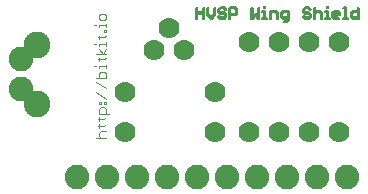
<source format=gts>
G75*
%MOIN*%
%OFA0B0*%
%FSLAX24Y24*%
%IPPOS*%
%LPD*%
%AMOC8*
5,1,8,0,0,1.08239X$1,22.5*
%
%ADD10C,0.0040*%
%ADD11C,0.0060*%
%ADD12C,0.0820*%
%ADD13C,0.0700*%
%ADD14C,0.0892*%
D10*
X003450Y002360D02*
X003780Y002360D01*
X003615Y002360D02*
X003560Y002415D01*
X003560Y002525D01*
X003615Y002580D01*
X003780Y002580D01*
X003725Y002756D02*
X003505Y002756D01*
X003560Y002701D02*
X003560Y002811D01*
X003560Y002928D02*
X003560Y003038D01*
X003505Y002983D02*
X003725Y002983D01*
X003780Y003038D01*
X003780Y003155D02*
X003780Y003320D01*
X003725Y003375D01*
X003615Y003375D01*
X003560Y003320D01*
X003560Y003155D01*
X003890Y003155D01*
X003780Y003496D02*
X003725Y003496D01*
X003725Y003551D01*
X003780Y003551D01*
X003780Y003496D01*
X003615Y003496D02*
X003615Y003551D01*
X003560Y003551D01*
X003560Y003496D01*
X003615Y003496D01*
X003780Y003666D02*
X003450Y003886D01*
X003450Y004227D02*
X003780Y004007D01*
X003780Y004347D02*
X003450Y004347D01*
X003560Y004347D02*
X003560Y004513D01*
X003615Y004568D01*
X003725Y004568D01*
X003780Y004513D01*
X003780Y004347D01*
X003780Y004688D02*
X003780Y004798D01*
X003780Y004743D02*
X003560Y004743D01*
X003560Y004688D01*
X003450Y004743D02*
X003395Y004743D01*
X003560Y004915D02*
X003560Y005025D01*
X003505Y004970D02*
X003725Y004970D01*
X003780Y005025D01*
X003780Y005142D02*
X003450Y005142D01*
X003560Y005307D02*
X003670Y005142D01*
X003780Y005307D01*
X003780Y005426D02*
X003780Y005536D01*
X003780Y005481D02*
X003560Y005481D01*
X003560Y005426D01*
X003450Y005481D02*
X003395Y005481D01*
X003560Y005653D02*
X003560Y005763D01*
X003505Y005708D02*
X003725Y005708D01*
X003780Y005763D01*
X003780Y005880D02*
X003725Y005880D01*
X003725Y005936D01*
X003780Y005936D01*
X003780Y005880D01*
X003780Y006051D02*
X003780Y006161D01*
X003780Y006106D02*
X003560Y006106D01*
X003560Y006051D01*
X003450Y006106D02*
X003395Y006106D01*
X003615Y006278D02*
X003725Y006278D01*
X003780Y006333D01*
X003780Y006443D01*
X003725Y006498D01*
X003615Y006498D01*
X003560Y006443D01*
X003560Y006333D01*
X003615Y006278D01*
X003780Y002811D02*
X003725Y002756D01*
D11*
X009722Y006217D02*
X009779Y006217D01*
X009836Y006273D01*
X009836Y006557D01*
X009666Y006557D01*
X009609Y006500D01*
X009609Y006387D01*
X009666Y006330D01*
X009836Y006330D01*
X009856Y006313D02*
X009856Y006597D01*
X009686Y006597D01*
X009629Y006540D01*
X009629Y006427D01*
X009686Y006370D01*
X009856Y006370D01*
X009876Y006360D02*
X009706Y006360D01*
X009649Y006417D01*
X009649Y006530D01*
X009706Y006587D01*
X009876Y006587D01*
X009876Y006303D01*
X009819Y006247D01*
X009762Y006247D01*
X009779Y006247D02*
X009836Y006303D01*
X009836Y006587D01*
X009666Y006587D01*
X009609Y006530D01*
X009609Y006417D01*
X009666Y006360D01*
X009836Y006360D01*
X009876Y006330D02*
X009706Y006330D01*
X009649Y006387D01*
X009649Y006500D01*
X009706Y006557D01*
X009876Y006557D01*
X009876Y006273D01*
X009819Y006217D01*
X009762Y006217D01*
X009779Y006247D02*
X009722Y006247D01*
X009742Y006257D02*
X009799Y006257D01*
X009856Y006313D01*
X009508Y006330D02*
X009508Y006500D01*
X009451Y006557D01*
X009281Y006557D01*
X009281Y006330D01*
X009281Y006360D02*
X009281Y006587D01*
X009451Y006587D01*
X009508Y006530D01*
X009508Y006360D01*
X009488Y006370D02*
X009488Y006540D01*
X009431Y006597D01*
X009261Y006597D01*
X009261Y006370D01*
X009241Y006360D02*
X009241Y006587D01*
X009411Y006587D01*
X009468Y006530D01*
X009468Y006360D01*
X009468Y006330D02*
X009468Y006500D01*
X009411Y006557D01*
X009241Y006557D01*
X009241Y006330D01*
X009149Y006330D02*
X009035Y006330D01*
X009052Y006330D02*
X009052Y006557D01*
X008995Y006557D01*
X008995Y006587D02*
X009052Y006587D01*
X009052Y006360D01*
X009035Y006360D02*
X009149Y006360D01*
X009129Y006370D02*
X009015Y006370D01*
X008995Y006360D02*
X009109Y006360D01*
X009092Y006360D02*
X009092Y006587D01*
X009035Y006587D01*
X009015Y006597D02*
X009072Y006597D01*
X009072Y006370D01*
X009092Y006330D02*
X009092Y006557D01*
X009035Y006557D01*
X009052Y006670D02*
X009052Y006727D01*
X009072Y006710D02*
X009072Y006767D01*
X009092Y006757D02*
X009092Y006700D01*
X009092Y006727D02*
X009092Y006670D01*
X009052Y006700D02*
X009052Y006757D01*
X008894Y006700D02*
X008894Y006360D01*
X008780Y006473D01*
X008667Y006360D01*
X008667Y006700D01*
X008647Y006710D02*
X008647Y006370D01*
X008760Y006483D01*
X008874Y006370D01*
X008874Y006710D01*
X008854Y006700D02*
X008854Y006360D01*
X008740Y006473D01*
X008627Y006360D01*
X008627Y006700D01*
X008627Y006670D02*
X008627Y006330D01*
X008740Y006443D01*
X008854Y006330D01*
X008854Y006670D01*
X008894Y006670D02*
X008894Y006330D01*
X008780Y006443D01*
X008667Y006330D01*
X008667Y006670D01*
X008995Y006330D02*
X009109Y006330D01*
X008157Y006500D02*
X008100Y006443D01*
X007930Y006443D01*
X007930Y006473D02*
X008100Y006473D01*
X008157Y006530D01*
X008157Y006644D01*
X008100Y006700D01*
X007930Y006700D01*
X007930Y006360D01*
X007910Y006370D02*
X007910Y006710D01*
X008080Y006710D01*
X008137Y006654D01*
X008137Y006540D01*
X008080Y006483D01*
X007910Y006483D01*
X007890Y006473D02*
X008060Y006473D01*
X008117Y006530D01*
X008117Y006644D01*
X008060Y006700D01*
X007890Y006700D01*
X007890Y006360D01*
X007890Y006330D02*
X007890Y006670D01*
X008060Y006670D01*
X008117Y006614D01*
X008117Y006500D01*
X008060Y006443D01*
X007890Y006443D01*
X007789Y006443D02*
X007789Y006387D01*
X007732Y006330D01*
X007619Y006330D01*
X007562Y006387D01*
X007562Y006417D02*
X007619Y006360D01*
X007732Y006360D01*
X007789Y006417D01*
X007789Y006473D01*
X007732Y006530D01*
X007619Y006530D01*
X007562Y006587D01*
X007562Y006644D01*
X007619Y006700D01*
X007732Y006700D01*
X007789Y006644D01*
X007769Y006654D02*
X007712Y006710D01*
X007599Y006710D01*
X007542Y006654D01*
X007542Y006597D01*
X007599Y006540D01*
X007712Y006540D01*
X007769Y006483D01*
X007769Y006427D01*
X007712Y006370D01*
X007599Y006370D01*
X007542Y006427D01*
X007522Y006417D02*
X007579Y006360D01*
X007692Y006360D01*
X007749Y006417D01*
X007749Y006473D01*
X007692Y006530D01*
X007579Y006530D01*
X007522Y006587D01*
X007522Y006644D01*
X007579Y006700D01*
X007692Y006700D01*
X007749Y006644D01*
X007749Y006614D02*
X007692Y006670D01*
X007579Y006670D01*
X007522Y006614D01*
X007522Y006557D01*
X007579Y006500D01*
X007692Y006500D01*
X007749Y006443D01*
X007749Y006387D01*
X007692Y006330D01*
X007579Y006330D01*
X007522Y006387D01*
X007420Y006443D02*
X007420Y006670D01*
X007420Y006700D02*
X007420Y006473D01*
X007307Y006360D01*
X007194Y006473D01*
X007194Y006700D01*
X007174Y006710D02*
X007174Y006483D01*
X007287Y006370D01*
X007400Y006483D01*
X007400Y006710D01*
X007380Y006700D02*
X007380Y006473D01*
X007267Y006360D01*
X007154Y006473D01*
X007154Y006700D01*
X007154Y006670D02*
X007154Y006443D01*
X007267Y006330D01*
X007380Y006443D01*
X007380Y006670D01*
X007562Y006614D02*
X007562Y006557D01*
X007619Y006500D01*
X007732Y006500D01*
X007789Y006443D01*
X007930Y006330D02*
X007930Y006670D01*
X008100Y006670D01*
X008157Y006614D01*
X008157Y006500D01*
X007789Y006614D02*
X007732Y006670D01*
X007619Y006670D01*
X007562Y006614D01*
X007420Y006443D02*
X007307Y006330D01*
X007194Y006443D01*
X007194Y006670D01*
X007052Y006670D02*
X007052Y006330D01*
X007052Y006360D02*
X007052Y006700D01*
X007032Y006710D02*
X007032Y006370D01*
X007012Y006360D02*
X007012Y006700D01*
X007012Y006670D02*
X007012Y006330D01*
X007012Y006500D02*
X006785Y006500D01*
X006785Y006530D02*
X007012Y006530D01*
X007032Y006540D02*
X006805Y006540D01*
X006825Y006530D02*
X007052Y006530D01*
X007052Y006500D02*
X006825Y006500D01*
X006805Y006370D02*
X006805Y006710D01*
X006785Y006700D02*
X006785Y006360D01*
X006785Y006330D02*
X006785Y006670D01*
X006825Y006670D02*
X006825Y006330D01*
X006825Y006360D02*
X006825Y006700D01*
X010346Y006644D02*
X010346Y006587D01*
X010402Y006530D01*
X010516Y006530D01*
X010573Y006473D01*
X010573Y006417D01*
X010516Y006360D01*
X010402Y006360D01*
X010346Y006417D01*
X010366Y006427D02*
X010422Y006370D01*
X010536Y006370D01*
X010593Y006427D01*
X010593Y006483D01*
X010536Y006540D01*
X010422Y006540D01*
X010366Y006597D01*
X010366Y006654D01*
X010422Y006710D01*
X010536Y006710D01*
X010593Y006654D01*
X010613Y006644D02*
X010556Y006700D01*
X010442Y006700D01*
X010386Y006644D01*
X010386Y006587D01*
X010442Y006530D01*
X010556Y006530D01*
X010613Y006473D01*
X010613Y006417D01*
X010556Y006360D01*
X010442Y006360D01*
X010386Y006417D01*
X010386Y006387D02*
X010442Y006330D01*
X010556Y006330D01*
X010613Y006387D01*
X010613Y006443D01*
X010556Y006500D01*
X010442Y006500D01*
X010386Y006557D01*
X010386Y006614D01*
X010442Y006670D01*
X010556Y006670D01*
X010613Y006614D01*
X010573Y006614D02*
X010516Y006670D01*
X010402Y006670D01*
X010346Y006614D01*
X010346Y006557D01*
X010402Y006500D01*
X010516Y006500D01*
X010573Y006443D01*
X010573Y006387D01*
X010516Y006330D01*
X010402Y006330D01*
X010346Y006387D01*
X010346Y006644D02*
X010402Y006700D01*
X010516Y006700D01*
X010573Y006644D01*
X010714Y006670D02*
X010714Y006330D01*
X010714Y006360D02*
X010714Y006700D01*
X010734Y006710D02*
X010734Y006370D01*
X010754Y006360D02*
X010754Y006700D01*
X010754Y006670D02*
X010754Y006330D01*
X010941Y006330D02*
X010941Y006500D01*
X010884Y006557D01*
X010771Y006557D01*
X010714Y006500D01*
X010714Y006530D02*
X010771Y006587D01*
X010884Y006587D01*
X010941Y006530D01*
X010941Y006360D01*
X010961Y006370D02*
X010961Y006540D01*
X010904Y006597D01*
X010791Y006597D01*
X010734Y006540D01*
X010754Y006530D02*
X010811Y006587D01*
X010924Y006587D01*
X010981Y006530D01*
X010981Y006360D01*
X010981Y006330D02*
X010981Y006500D01*
X010924Y006557D01*
X010811Y006557D01*
X010754Y006500D01*
X011082Y006557D02*
X011139Y006557D01*
X011139Y006330D01*
X011122Y006330D02*
X011236Y006330D01*
X011236Y006360D02*
X011122Y006360D01*
X011139Y006360D02*
X011139Y006587D01*
X011082Y006587D01*
X011102Y006597D02*
X011159Y006597D01*
X011159Y006370D01*
X011179Y006360D02*
X011179Y006587D01*
X011122Y006587D01*
X011122Y006557D02*
X011179Y006557D01*
X011179Y006330D01*
X011196Y006330D02*
X011082Y006330D01*
X011082Y006360D02*
X011196Y006360D01*
X011216Y006370D02*
X011102Y006370D01*
X011328Y006387D02*
X011328Y006500D01*
X011385Y006557D01*
X011498Y006557D01*
X011555Y006500D01*
X011555Y006443D01*
X011328Y006443D01*
X011348Y006427D02*
X011348Y006540D01*
X011405Y006597D01*
X011518Y006597D01*
X011575Y006540D01*
X011575Y006483D01*
X011348Y006483D01*
X011368Y006473D02*
X011595Y006473D01*
X011595Y006530D01*
X011538Y006587D01*
X011425Y006587D01*
X011368Y006530D01*
X011368Y006417D01*
X011425Y006360D01*
X011538Y006360D01*
X011518Y006370D02*
X011405Y006370D01*
X011348Y006427D01*
X011328Y006417D02*
X011328Y006530D01*
X011385Y006587D01*
X011498Y006587D01*
X011555Y006530D01*
X011555Y006473D01*
X011328Y006473D01*
X011368Y006500D02*
X011368Y006387D01*
X011425Y006330D01*
X011538Y006330D01*
X011498Y006330D02*
X011385Y006330D01*
X011328Y006387D01*
X011328Y006417D02*
X011385Y006360D01*
X011498Y006360D01*
X011595Y006443D02*
X011368Y006443D01*
X011368Y006500D02*
X011425Y006557D01*
X011538Y006557D01*
X011595Y006500D01*
X011595Y006443D01*
X011696Y006360D02*
X011810Y006360D01*
X011793Y006360D02*
X011793Y006700D01*
X011736Y006700D01*
X011753Y006700D02*
X011696Y006700D01*
X011716Y006710D02*
X011773Y006710D01*
X011773Y006370D01*
X011753Y006360D02*
X011753Y006700D01*
X011753Y006670D02*
X011753Y006330D01*
X011736Y006330D02*
X011850Y006330D01*
X011850Y006360D02*
X011736Y006360D01*
X011716Y006370D02*
X011830Y006370D01*
X011810Y006330D02*
X011696Y006330D01*
X011793Y006330D02*
X011793Y006670D01*
X011736Y006670D01*
X011753Y006670D02*
X011696Y006670D01*
X011942Y006530D02*
X011998Y006587D01*
X012169Y006587D01*
X012189Y006597D02*
X012018Y006597D01*
X011962Y006540D01*
X011962Y006427D01*
X012018Y006370D01*
X012189Y006370D01*
X012189Y006710D01*
X012209Y006700D02*
X012209Y006360D01*
X012038Y006360D01*
X011982Y006417D01*
X011982Y006530D01*
X012038Y006587D01*
X012209Y006587D01*
X012209Y006557D02*
X012038Y006557D01*
X011982Y006500D01*
X011982Y006387D01*
X012038Y006330D01*
X012209Y006330D01*
X012209Y006670D01*
X012169Y006670D02*
X012169Y006330D01*
X011998Y006330D01*
X011942Y006387D01*
X011942Y006500D01*
X011998Y006557D01*
X012169Y006557D01*
X012169Y006700D02*
X012169Y006360D01*
X011998Y006360D01*
X011942Y006417D01*
X011942Y006530D01*
X011179Y006670D02*
X011179Y006727D01*
X011159Y006710D02*
X011159Y006767D01*
X011179Y006757D02*
X011179Y006700D01*
X011139Y006700D02*
X011139Y006757D01*
X011139Y006727D02*
X011139Y006670D01*
D12*
X002810Y001050D03*
X003810Y001050D03*
X004810Y001050D03*
X005810Y001050D03*
X006810Y001050D03*
X007810Y001050D03*
X008810Y001050D03*
X009810Y001050D03*
X010810Y001050D03*
X011810Y001050D03*
X000950Y003970D03*
X000950Y004970D03*
D13*
X004420Y003880D03*
X004420Y002550D03*
X007420Y002550D03*
X008560Y002550D03*
X009560Y002550D03*
X010560Y002550D03*
X011560Y002550D03*
X007420Y003880D03*
X006380Y005280D03*
X005380Y005280D03*
X005880Y006030D03*
X008560Y005550D03*
X009560Y005550D03*
X010560Y005550D03*
X011560Y005550D03*
D14*
X001490Y005460D03*
X001490Y003491D03*
M02*

</source>
